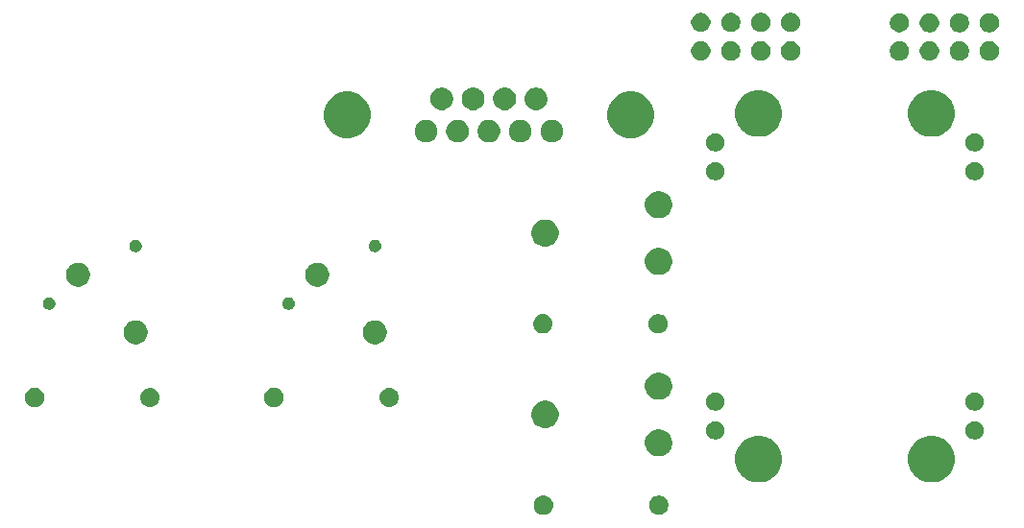
<source format=gts>
G04 #@! TF.GenerationSoftware,KiCad,Pcbnew,(5.1.2)-1*
G04 #@! TF.CreationDate,2019-11-15T07:26:44-08:00*
G04 #@! TF.ProjectId,AppleIIJoystick,4170706c-6549-4494-9a6f-79737469636b,rev?*
G04 #@! TF.SameCoordinates,Original*
G04 #@! TF.FileFunction,Soldermask,Top*
G04 #@! TF.FilePolarity,Negative*
%FSLAX46Y46*%
G04 Gerber Fmt 4.6, Leading zero omitted, Abs format (unit mm)*
G04 Created by KiCad (PCBNEW (5.1.2)-1) date 2019-11-15 07:26:44*
%MOMM*%
%LPD*%
G04 APERTURE LIST*
%ADD10C,0.100000*%
G04 APERTURE END LIST*
D10*
G36*
X139248228Y-84181703D02*
G01*
X139403100Y-84245853D01*
X139542481Y-84338985D01*
X139661015Y-84457519D01*
X139754147Y-84596900D01*
X139818297Y-84751772D01*
X139851000Y-84916184D01*
X139851000Y-85083816D01*
X139818297Y-85248228D01*
X139754147Y-85403100D01*
X139661015Y-85542481D01*
X139542481Y-85661015D01*
X139403100Y-85754147D01*
X139248228Y-85818297D01*
X139083816Y-85851000D01*
X138916184Y-85851000D01*
X138751772Y-85818297D01*
X138596900Y-85754147D01*
X138457519Y-85661015D01*
X138338985Y-85542481D01*
X138245853Y-85403100D01*
X138181703Y-85248228D01*
X138149000Y-85083816D01*
X138149000Y-84916184D01*
X138181703Y-84751772D01*
X138245853Y-84596900D01*
X138338985Y-84457519D01*
X138457519Y-84338985D01*
X138596900Y-84245853D01*
X138751772Y-84181703D01*
X138916184Y-84149000D01*
X139083816Y-84149000D01*
X139248228Y-84181703D01*
X139248228Y-84181703D01*
G37*
G36*
X129006823Y-84161313D02*
G01*
X129167242Y-84209976D01*
X129234361Y-84245852D01*
X129315078Y-84288996D01*
X129444659Y-84395341D01*
X129551004Y-84524922D01*
X129551005Y-84524924D01*
X129630024Y-84672758D01*
X129678687Y-84833177D01*
X129695117Y-85000000D01*
X129678687Y-85166823D01*
X129630024Y-85327242D01*
X129589477Y-85403100D01*
X129551004Y-85475078D01*
X129444659Y-85604659D01*
X129315078Y-85711004D01*
X129315076Y-85711005D01*
X129167242Y-85790024D01*
X129006823Y-85838687D01*
X128881804Y-85851000D01*
X128798196Y-85851000D01*
X128673177Y-85838687D01*
X128512758Y-85790024D01*
X128364924Y-85711005D01*
X128364922Y-85711004D01*
X128235341Y-85604659D01*
X128128996Y-85475078D01*
X128090523Y-85403100D01*
X128049976Y-85327242D01*
X128001313Y-85166823D01*
X127984883Y-85000000D01*
X128001313Y-84833177D01*
X128049976Y-84672758D01*
X128128995Y-84524924D01*
X128128996Y-84524922D01*
X128235341Y-84395341D01*
X128364922Y-84288996D01*
X128445639Y-84245852D01*
X128512758Y-84209976D01*
X128673177Y-84161313D01*
X128798196Y-84149000D01*
X128881804Y-84149000D01*
X129006823Y-84161313D01*
X129006823Y-84161313D01*
G37*
G36*
X148408254Y-78965278D02*
G01*
X148776791Y-79117931D01*
X148781513Y-79119887D01*
X148814700Y-79142062D01*
X149117436Y-79344344D01*
X149403116Y-79630024D01*
X149627574Y-79965949D01*
X149782182Y-80339206D01*
X149861000Y-80735453D01*
X149861000Y-81139467D01*
X149782182Y-81535714D01*
X149627574Y-81908971D01*
X149627573Y-81908973D01*
X149403116Y-82244896D01*
X149117436Y-82530576D01*
X148781513Y-82755033D01*
X148781512Y-82755034D01*
X148781511Y-82755034D01*
X148408254Y-82909642D01*
X148012007Y-82988460D01*
X147607993Y-82988460D01*
X147211746Y-82909642D01*
X146838489Y-82755034D01*
X146838488Y-82755034D01*
X146838487Y-82755033D01*
X146502564Y-82530576D01*
X146216884Y-82244896D01*
X145992427Y-81908973D01*
X145992426Y-81908971D01*
X145837818Y-81535714D01*
X145759000Y-81139467D01*
X145759000Y-80735453D01*
X145837818Y-80339206D01*
X145992426Y-79965949D01*
X146216884Y-79630024D01*
X146502564Y-79344344D01*
X146805300Y-79142062D01*
X146838487Y-79119887D01*
X146843209Y-79117931D01*
X147211746Y-78965278D01*
X147607993Y-78886460D01*
X148012007Y-78886460D01*
X148408254Y-78965278D01*
X148408254Y-78965278D01*
G37*
G36*
X163648254Y-78965278D02*
G01*
X164016791Y-79117931D01*
X164021513Y-79119887D01*
X164054700Y-79142062D01*
X164357436Y-79344344D01*
X164643116Y-79630024D01*
X164867574Y-79965949D01*
X165022182Y-80339206D01*
X165101000Y-80735453D01*
X165101000Y-81139467D01*
X165022182Y-81535714D01*
X164867574Y-81908971D01*
X164867573Y-81908973D01*
X164643116Y-82244896D01*
X164357436Y-82530576D01*
X164021513Y-82755033D01*
X164021512Y-82755034D01*
X164021511Y-82755034D01*
X163648254Y-82909642D01*
X163252007Y-82988460D01*
X162847993Y-82988460D01*
X162451746Y-82909642D01*
X162078489Y-82755034D01*
X162078488Y-82755034D01*
X162078487Y-82755033D01*
X161742564Y-82530576D01*
X161456884Y-82244896D01*
X161232427Y-81908973D01*
X161232426Y-81908971D01*
X161077818Y-81535714D01*
X160999000Y-81139467D01*
X160999000Y-80735453D01*
X161077818Y-80339206D01*
X161232426Y-79965949D01*
X161456884Y-79630024D01*
X161742564Y-79344344D01*
X162045300Y-79142062D01*
X162078487Y-79119887D01*
X162083209Y-79117931D01*
X162451746Y-78965278D01*
X162847993Y-78886460D01*
X163252007Y-78886460D01*
X163648254Y-78965278D01*
X163648254Y-78965278D01*
G37*
G36*
X139345238Y-78337533D02*
G01*
X139563805Y-78428067D01*
X139563807Y-78428068D01*
X139760513Y-78559502D01*
X139927798Y-78726787D01*
X140034487Y-78886460D01*
X140059233Y-78923495D01*
X140149767Y-79142062D01*
X140195920Y-79374090D01*
X140195920Y-79610670D01*
X140149767Y-79842698D01*
X140098715Y-79965947D01*
X140059232Y-80061267D01*
X139927798Y-80257973D01*
X139760513Y-80425258D01*
X139563807Y-80556692D01*
X139563806Y-80556693D01*
X139563805Y-80556693D01*
X139345238Y-80647227D01*
X139113210Y-80693380D01*
X138876630Y-80693380D01*
X138644602Y-80647227D01*
X138426035Y-80556693D01*
X138426034Y-80556693D01*
X138426033Y-80556692D01*
X138229327Y-80425258D01*
X138062042Y-80257973D01*
X137930608Y-80061267D01*
X137891125Y-79965947D01*
X137840073Y-79842698D01*
X137793920Y-79610670D01*
X137793920Y-79374090D01*
X137840073Y-79142062D01*
X137930607Y-78923495D01*
X137955353Y-78886460D01*
X138062042Y-78726787D01*
X138229327Y-78559502D01*
X138426033Y-78428068D01*
X138426035Y-78428067D01*
X138644602Y-78337533D01*
X138876630Y-78291380D01*
X139113210Y-78291380D01*
X139345238Y-78337533D01*
X139345238Y-78337533D01*
G37*
G36*
X144237142Y-77615702D02*
G01*
X144385101Y-77676989D01*
X144518255Y-77765959D01*
X144631501Y-77879205D01*
X144720471Y-78012359D01*
X144781758Y-78160318D01*
X144813000Y-78317385D01*
X144813000Y-78477535D01*
X144781758Y-78634602D01*
X144720471Y-78782561D01*
X144631501Y-78915715D01*
X144518255Y-79028961D01*
X144385101Y-79117931D01*
X144237142Y-79179218D01*
X144080075Y-79210460D01*
X143919925Y-79210460D01*
X143762858Y-79179218D01*
X143614899Y-79117931D01*
X143481745Y-79028961D01*
X143368499Y-78915715D01*
X143279529Y-78782561D01*
X143218242Y-78634602D01*
X143187000Y-78477535D01*
X143187000Y-78317385D01*
X143218242Y-78160318D01*
X143279529Y-78012359D01*
X143368499Y-77879205D01*
X143481745Y-77765959D01*
X143614899Y-77676989D01*
X143762858Y-77615702D01*
X143919925Y-77584460D01*
X144080075Y-77584460D01*
X144237142Y-77615702D01*
X144237142Y-77615702D01*
G37*
G36*
X167097142Y-77615702D02*
G01*
X167245101Y-77676989D01*
X167378255Y-77765959D01*
X167491501Y-77879205D01*
X167580471Y-78012359D01*
X167641758Y-78160318D01*
X167673000Y-78317385D01*
X167673000Y-78477535D01*
X167641758Y-78634602D01*
X167580471Y-78782561D01*
X167491501Y-78915715D01*
X167378255Y-79028961D01*
X167245101Y-79117931D01*
X167097142Y-79179218D01*
X166940075Y-79210460D01*
X166779925Y-79210460D01*
X166622858Y-79179218D01*
X166474899Y-79117931D01*
X166341745Y-79028961D01*
X166228499Y-78915715D01*
X166139529Y-78782561D01*
X166078242Y-78634602D01*
X166047000Y-78477535D01*
X166047000Y-78317385D01*
X166078242Y-78160318D01*
X166139529Y-78012359D01*
X166228499Y-77879205D01*
X166341745Y-77765959D01*
X166474899Y-77676989D01*
X166622858Y-77615702D01*
X166779925Y-77584460D01*
X166940075Y-77584460D01*
X167097142Y-77615702D01*
X167097142Y-77615702D01*
G37*
G36*
X129345238Y-75837533D02*
G01*
X129563805Y-75928067D01*
X129563807Y-75928068D01*
X129760513Y-76059502D01*
X129927798Y-76226787D01*
X130010794Y-76351000D01*
X130059233Y-76423495D01*
X130149767Y-76642062D01*
X130195920Y-76874090D01*
X130195920Y-77110670D01*
X130149767Y-77342698D01*
X130059233Y-77561265D01*
X130059232Y-77561267D01*
X129927798Y-77757973D01*
X129760513Y-77925258D01*
X129563807Y-78056692D01*
X129563806Y-78056693D01*
X129563805Y-78056693D01*
X129345238Y-78147227D01*
X129113210Y-78193380D01*
X128876630Y-78193380D01*
X128644602Y-78147227D01*
X128426035Y-78056693D01*
X128426034Y-78056693D01*
X128426033Y-78056692D01*
X128229327Y-77925258D01*
X128062042Y-77757973D01*
X127930608Y-77561267D01*
X127930607Y-77561265D01*
X127840073Y-77342698D01*
X127793920Y-77110670D01*
X127793920Y-76874090D01*
X127840073Y-76642062D01*
X127930607Y-76423495D01*
X127979046Y-76351000D01*
X128062042Y-76226787D01*
X128229327Y-76059502D01*
X128426033Y-75928068D01*
X128426035Y-75928067D01*
X128644602Y-75837533D01*
X128876630Y-75791380D01*
X129113210Y-75791380D01*
X129345238Y-75837533D01*
X129345238Y-75837533D01*
G37*
G36*
X144237142Y-75075702D02*
G01*
X144385101Y-75136989D01*
X144518255Y-75225959D01*
X144631501Y-75339205D01*
X144720471Y-75472359D01*
X144781758Y-75620318D01*
X144813000Y-75777385D01*
X144813000Y-75937535D01*
X144781758Y-76094602D01*
X144720471Y-76242561D01*
X144631501Y-76375715D01*
X144518255Y-76488961D01*
X144385101Y-76577931D01*
X144237142Y-76639218D01*
X144080075Y-76670460D01*
X143919925Y-76670460D01*
X143762858Y-76639218D01*
X143614899Y-76577931D01*
X143481745Y-76488961D01*
X143368499Y-76375715D01*
X143279529Y-76242561D01*
X143218242Y-76094602D01*
X143187000Y-75937535D01*
X143187000Y-75777385D01*
X143218242Y-75620318D01*
X143279529Y-75472359D01*
X143368499Y-75339205D01*
X143481745Y-75225959D01*
X143614899Y-75136989D01*
X143762858Y-75075702D01*
X143919925Y-75044460D01*
X144080075Y-75044460D01*
X144237142Y-75075702D01*
X144237142Y-75075702D01*
G37*
G36*
X167097142Y-75075702D02*
G01*
X167245101Y-75136989D01*
X167378255Y-75225959D01*
X167491501Y-75339205D01*
X167580471Y-75472359D01*
X167641758Y-75620318D01*
X167673000Y-75777385D01*
X167673000Y-75937535D01*
X167641758Y-76094602D01*
X167580471Y-76242561D01*
X167491501Y-76375715D01*
X167378255Y-76488961D01*
X167245101Y-76577931D01*
X167097142Y-76639218D01*
X166940075Y-76670460D01*
X166779925Y-76670460D01*
X166622858Y-76639218D01*
X166474899Y-76577931D01*
X166341745Y-76488961D01*
X166228499Y-76375715D01*
X166139529Y-76242561D01*
X166078242Y-76094602D01*
X166047000Y-75937535D01*
X166047000Y-75777385D01*
X166078242Y-75620318D01*
X166139529Y-75472359D01*
X166228499Y-75339205D01*
X166341745Y-75225959D01*
X166474899Y-75136989D01*
X166622858Y-75075702D01*
X166779925Y-75044460D01*
X166940075Y-75044460D01*
X167097142Y-75075702D01*
X167097142Y-75075702D01*
G37*
G36*
X94326823Y-74661313D02*
G01*
X94457380Y-74700917D01*
X94475441Y-74706396D01*
X94487242Y-74709976D01*
X94547665Y-74742273D01*
X94635078Y-74788996D01*
X94764659Y-74895341D01*
X94871004Y-75024922D01*
X94871005Y-75024924D01*
X94950024Y-75172758D01*
X94998687Y-75333177D01*
X95015117Y-75500000D01*
X94998687Y-75666823D01*
X94950024Y-75827242D01*
X94909477Y-75903100D01*
X94871004Y-75975078D01*
X94764659Y-76104659D01*
X94635078Y-76211004D01*
X94635076Y-76211005D01*
X94487242Y-76290024D01*
X94326823Y-76338687D01*
X94201804Y-76351000D01*
X94118196Y-76351000D01*
X93993177Y-76338687D01*
X93832758Y-76290024D01*
X93684924Y-76211005D01*
X93684922Y-76211004D01*
X93555341Y-76104659D01*
X93448996Y-75975078D01*
X93410523Y-75903100D01*
X93369976Y-75827242D01*
X93321313Y-75666823D01*
X93304883Y-75500000D01*
X93321313Y-75333177D01*
X93369976Y-75172758D01*
X93448995Y-75024924D01*
X93448996Y-75024922D01*
X93555341Y-74895341D01*
X93684922Y-74788996D01*
X93772335Y-74742273D01*
X93832758Y-74709976D01*
X93844560Y-74706396D01*
X93862620Y-74700917D01*
X93993177Y-74661313D01*
X94118196Y-74649000D01*
X94201804Y-74649000D01*
X94326823Y-74661313D01*
X94326823Y-74661313D01*
G37*
G36*
X84248228Y-74681703D02*
G01*
X84403100Y-74745853D01*
X84542481Y-74838985D01*
X84661015Y-74957519D01*
X84754147Y-75096900D01*
X84818297Y-75251772D01*
X84851000Y-75416184D01*
X84851000Y-75583816D01*
X84818297Y-75748228D01*
X84754147Y-75903100D01*
X84661015Y-76042481D01*
X84542481Y-76161015D01*
X84403100Y-76254147D01*
X84248228Y-76318297D01*
X84083816Y-76351000D01*
X83916184Y-76351000D01*
X83751772Y-76318297D01*
X83596900Y-76254147D01*
X83457519Y-76161015D01*
X83338985Y-76042481D01*
X83245853Y-75903100D01*
X83181703Y-75748228D01*
X83149000Y-75583816D01*
X83149000Y-75416184D01*
X83181703Y-75251772D01*
X83245853Y-75096900D01*
X83338985Y-74957519D01*
X83457519Y-74838985D01*
X83596900Y-74745853D01*
X83751772Y-74681703D01*
X83916184Y-74649000D01*
X84083816Y-74649000D01*
X84248228Y-74681703D01*
X84248228Y-74681703D01*
G37*
G36*
X105338188Y-74678123D02*
G01*
X105493060Y-74742273D01*
X105632441Y-74835405D01*
X105750975Y-74953939D01*
X105844107Y-75093320D01*
X105908257Y-75248192D01*
X105940960Y-75412604D01*
X105940960Y-75580236D01*
X105908257Y-75744648D01*
X105844107Y-75899520D01*
X105750975Y-76038901D01*
X105632441Y-76157435D01*
X105493060Y-76250567D01*
X105338188Y-76314717D01*
X105173776Y-76347420D01*
X105006144Y-76347420D01*
X104841732Y-76314717D01*
X104686860Y-76250567D01*
X104547479Y-76157435D01*
X104428945Y-76038901D01*
X104335813Y-75899520D01*
X104271663Y-75744648D01*
X104238960Y-75580236D01*
X104238960Y-75412604D01*
X104271663Y-75248192D01*
X104335813Y-75093320D01*
X104428945Y-74953939D01*
X104547479Y-74835405D01*
X104686860Y-74742273D01*
X104841732Y-74678123D01*
X105006144Y-74645420D01*
X105173776Y-74645420D01*
X105338188Y-74678123D01*
X105338188Y-74678123D01*
G37*
G36*
X115416783Y-74657733D02*
G01*
X115577202Y-74706396D01*
X115709866Y-74777306D01*
X115725038Y-74785416D01*
X115854619Y-74891761D01*
X115960964Y-75021342D01*
X115962879Y-75024924D01*
X116039984Y-75169178D01*
X116088647Y-75329597D01*
X116105077Y-75496420D01*
X116088647Y-75663243D01*
X116039984Y-75823662D01*
X115969074Y-75956326D01*
X115960964Y-75971498D01*
X115854619Y-76101079D01*
X115725038Y-76207424D01*
X115725036Y-76207425D01*
X115577202Y-76286444D01*
X115577199Y-76286445D01*
X115565397Y-76290025D01*
X115416783Y-76335107D01*
X115291764Y-76347420D01*
X115208156Y-76347420D01*
X115083137Y-76335107D01*
X114934523Y-76290025D01*
X114922721Y-76286445D01*
X114922718Y-76286444D01*
X114774884Y-76207425D01*
X114774882Y-76207424D01*
X114645301Y-76101079D01*
X114538956Y-75971498D01*
X114530846Y-75956326D01*
X114459936Y-75823662D01*
X114411273Y-75663243D01*
X114394843Y-75496420D01*
X114411273Y-75329597D01*
X114459936Y-75169178D01*
X114537041Y-75024924D01*
X114538956Y-75021342D01*
X114645301Y-74891761D01*
X114774882Y-74785416D01*
X114790054Y-74777306D01*
X114922718Y-74706396D01*
X115083137Y-74657733D01*
X115208156Y-74645420D01*
X115291764Y-74645420D01*
X115416783Y-74657733D01*
X115416783Y-74657733D01*
G37*
G36*
X139345238Y-73337533D02*
G01*
X139563805Y-73428067D01*
X139563807Y-73428068D01*
X139760513Y-73559502D01*
X139927798Y-73726787D01*
X140059232Y-73923493D01*
X140059233Y-73923495D01*
X140149767Y-74142062D01*
X140195920Y-74374090D01*
X140195920Y-74610670D01*
X140149767Y-74842698D01*
X140075770Y-75021342D01*
X140059232Y-75061267D01*
X139927798Y-75257973D01*
X139760513Y-75425258D01*
X139563807Y-75556692D01*
X139563806Y-75556693D01*
X139563805Y-75556693D01*
X139345238Y-75647227D01*
X139113210Y-75693380D01*
X138876630Y-75693380D01*
X138644602Y-75647227D01*
X138426035Y-75556693D01*
X138426034Y-75556693D01*
X138426033Y-75556692D01*
X138229327Y-75425258D01*
X138062042Y-75257973D01*
X137930608Y-75061267D01*
X137914070Y-75021342D01*
X137840073Y-74842698D01*
X137793920Y-74610670D01*
X137793920Y-74374090D01*
X137840073Y-74142062D01*
X137930607Y-73923495D01*
X137930608Y-73923493D01*
X138062042Y-73726787D01*
X138229327Y-73559502D01*
X138426033Y-73428068D01*
X138426035Y-73428067D01*
X138644602Y-73337533D01*
X138876630Y-73291380D01*
X139113210Y-73291380D01*
X139345238Y-73337533D01*
X139345238Y-73337533D01*
G37*
G36*
X114306564Y-68739389D02*
G01*
X114497833Y-68818615D01*
X114497835Y-68818616D01*
X114669973Y-68933635D01*
X114816365Y-69080027D01*
X114874362Y-69166825D01*
X114931385Y-69252167D01*
X115010611Y-69443436D01*
X115051000Y-69646484D01*
X115051000Y-69853516D01*
X115010611Y-70056564D01*
X114931385Y-70247833D01*
X114931384Y-70247835D01*
X114816365Y-70419973D01*
X114669973Y-70566365D01*
X114497835Y-70681384D01*
X114497834Y-70681385D01*
X114497833Y-70681385D01*
X114306564Y-70760611D01*
X114103516Y-70801000D01*
X113896484Y-70801000D01*
X113693436Y-70760611D01*
X113502167Y-70681385D01*
X113502166Y-70681385D01*
X113502165Y-70681384D01*
X113330027Y-70566365D01*
X113183635Y-70419973D01*
X113068616Y-70247835D01*
X113068615Y-70247833D01*
X112989389Y-70056564D01*
X112949000Y-69853516D01*
X112949000Y-69646484D01*
X112989389Y-69443436D01*
X113068615Y-69252167D01*
X113125639Y-69166825D01*
X113183635Y-69080027D01*
X113330027Y-68933635D01*
X113502165Y-68818616D01*
X113502167Y-68818615D01*
X113693436Y-68739389D01*
X113896484Y-68699000D01*
X114103516Y-68699000D01*
X114306564Y-68739389D01*
X114306564Y-68739389D01*
G37*
G36*
X93212904Y-68739389D02*
G01*
X93404173Y-68818615D01*
X93404175Y-68818616D01*
X93576313Y-68933635D01*
X93722705Y-69080027D01*
X93780702Y-69166825D01*
X93837725Y-69252167D01*
X93916951Y-69443436D01*
X93957340Y-69646484D01*
X93957340Y-69853516D01*
X93916951Y-70056564D01*
X93837725Y-70247833D01*
X93837724Y-70247835D01*
X93722705Y-70419973D01*
X93576313Y-70566365D01*
X93404175Y-70681384D01*
X93404174Y-70681385D01*
X93404173Y-70681385D01*
X93212904Y-70760611D01*
X93009856Y-70801000D01*
X92802824Y-70801000D01*
X92599776Y-70760611D01*
X92408507Y-70681385D01*
X92408506Y-70681385D01*
X92408505Y-70681384D01*
X92236367Y-70566365D01*
X92089975Y-70419973D01*
X91974956Y-70247835D01*
X91974955Y-70247833D01*
X91895729Y-70056564D01*
X91855340Y-69853516D01*
X91855340Y-69646484D01*
X91895729Y-69443436D01*
X91974955Y-69252167D01*
X92031979Y-69166825D01*
X92089975Y-69080027D01*
X92236367Y-68933635D01*
X92408505Y-68818616D01*
X92408507Y-68818615D01*
X92599776Y-68739389D01*
X92802824Y-68699000D01*
X93009856Y-68699000D01*
X93212904Y-68739389D01*
X93212904Y-68739389D01*
G37*
G36*
X139204008Y-68181703D02*
G01*
X139358880Y-68245853D01*
X139498261Y-68338985D01*
X139616795Y-68457519D01*
X139709927Y-68596900D01*
X139774077Y-68751772D01*
X139806780Y-68916184D01*
X139806780Y-69083816D01*
X139774077Y-69248228D01*
X139709927Y-69403100D01*
X139616795Y-69542481D01*
X139498261Y-69661015D01*
X139358880Y-69754147D01*
X139204008Y-69818297D01*
X139039596Y-69851000D01*
X138871964Y-69851000D01*
X138707552Y-69818297D01*
X138552680Y-69754147D01*
X138413299Y-69661015D01*
X138294765Y-69542481D01*
X138201633Y-69403100D01*
X138137483Y-69248228D01*
X138104780Y-69083816D01*
X138104780Y-68916184D01*
X138137483Y-68751772D01*
X138201633Y-68596900D01*
X138294765Y-68457519D01*
X138413299Y-68338985D01*
X138552680Y-68245853D01*
X138707552Y-68181703D01*
X138871964Y-68149000D01*
X139039596Y-68149000D01*
X139204008Y-68181703D01*
X139204008Y-68181703D01*
G37*
G36*
X128962603Y-68161313D02*
G01*
X129123022Y-68209976D01*
X129190141Y-68245852D01*
X129270858Y-68288996D01*
X129400439Y-68395341D01*
X129506784Y-68524922D01*
X129506785Y-68524924D01*
X129585804Y-68672758D01*
X129585805Y-68672761D01*
X129594863Y-68702620D01*
X129634467Y-68833177D01*
X129650897Y-69000000D01*
X129634467Y-69166823D01*
X129585804Y-69327242D01*
X129545257Y-69403100D01*
X129506784Y-69475078D01*
X129400439Y-69604659D01*
X129270858Y-69711004D01*
X129270856Y-69711005D01*
X129123022Y-69790024D01*
X128962603Y-69838687D01*
X128837584Y-69851000D01*
X128753976Y-69851000D01*
X128628957Y-69838687D01*
X128468538Y-69790024D01*
X128320704Y-69711005D01*
X128320702Y-69711004D01*
X128191121Y-69604659D01*
X128084776Y-69475078D01*
X128046303Y-69403100D01*
X128005756Y-69327242D01*
X127957093Y-69166823D01*
X127940663Y-69000000D01*
X127957093Y-68833177D01*
X127996697Y-68702620D01*
X128005755Y-68672761D01*
X128005756Y-68672758D01*
X128084775Y-68524924D01*
X128084776Y-68524922D01*
X128191121Y-68395341D01*
X128320702Y-68288996D01*
X128401419Y-68245852D01*
X128468538Y-68209976D01*
X128628957Y-68161313D01*
X128753976Y-68149000D01*
X128837584Y-68149000D01*
X128962603Y-68161313D01*
X128962603Y-68161313D01*
G37*
G36*
X85447061Y-66680174D02*
G01*
X85547335Y-66721709D01*
X85547336Y-66721710D01*
X85637582Y-66782010D01*
X85714330Y-66858758D01*
X85714331Y-66858760D01*
X85774631Y-66949005D01*
X85816166Y-67049279D01*
X85837340Y-67155730D01*
X85837340Y-67264270D01*
X85816166Y-67370721D01*
X85774631Y-67470995D01*
X85774630Y-67470996D01*
X85714330Y-67561242D01*
X85637582Y-67637990D01*
X85592152Y-67668345D01*
X85547335Y-67698291D01*
X85447061Y-67739826D01*
X85340610Y-67761000D01*
X85232070Y-67761000D01*
X85125619Y-67739826D01*
X85025345Y-67698291D01*
X84980528Y-67668345D01*
X84935098Y-67637990D01*
X84858350Y-67561242D01*
X84798050Y-67470996D01*
X84798049Y-67470995D01*
X84756514Y-67370721D01*
X84735340Y-67264270D01*
X84735340Y-67155730D01*
X84756514Y-67049279D01*
X84798049Y-66949005D01*
X84858349Y-66858760D01*
X84858350Y-66858758D01*
X84935098Y-66782010D01*
X85025344Y-66721710D01*
X85025345Y-66721709D01*
X85125619Y-66680174D01*
X85232070Y-66659000D01*
X85340610Y-66659000D01*
X85447061Y-66680174D01*
X85447061Y-66680174D01*
G37*
G36*
X106540721Y-66680174D02*
G01*
X106640995Y-66721709D01*
X106640996Y-66721710D01*
X106731242Y-66782010D01*
X106807990Y-66858758D01*
X106807991Y-66858760D01*
X106868291Y-66949005D01*
X106909826Y-67049279D01*
X106931000Y-67155730D01*
X106931000Y-67264270D01*
X106909826Y-67370721D01*
X106868291Y-67470995D01*
X106868290Y-67470996D01*
X106807990Y-67561242D01*
X106731242Y-67637990D01*
X106685812Y-67668345D01*
X106640995Y-67698291D01*
X106540721Y-67739826D01*
X106434270Y-67761000D01*
X106325730Y-67761000D01*
X106219279Y-67739826D01*
X106119005Y-67698291D01*
X106074188Y-67668345D01*
X106028758Y-67637990D01*
X105952010Y-67561242D01*
X105891710Y-67470996D01*
X105891709Y-67470995D01*
X105850174Y-67370721D01*
X105829000Y-67264270D01*
X105829000Y-67155730D01*
X105850174Y-67049279D01*
X105891709Y-66949005D01*
X105952009Y-66858760D01*
X105952010Y-66858758D01*
X106028758Y-66782010D01*
X106119004Y-66721710D01*
X106119005Y-66721709D01*
X106219279Y-66680174D01*
X106325730Y-66659000D01*
X106434270Y-66659000D01*
X106540721Y-66680174D01*
X106540721Y-66680174D01*
G37*
G36*
X88132904Y-63659389D02*
G01*
X88324173Y-63738615D01*
X88324175Y-63738616D01*
X88479945Y-63842698D01*
X88496313Y-63853635D01*
X88642705Y-64000027D01*
X88757725Y-64172167D01*
X88836951Y-64363436D01*
X88877340Y-64566484D01*
X88877340Y-64773516D01*
X88836951Y-64976564D01*
X88757725Y-65167833D01*
X88757724Y-65167835D01*
X88642705Y-65339973D01*
X88496313Y-65486365D01*
X88324175Y-65601384D01*
X88324174Y-65601385D01*
X88324173Y-65601385D01*
X88132904Y-65680611D01*
X87929856Y-65721000D01*
X87722824Y-65721000D01*
X87519776Y-65680611D01*
X87328507Y-65601385D01*
X87328506Y-65601385D01*
X87328505Y-65601384D01*
X87156367Y-65486365D01*
X87009975Y-65339973D01*
X86894956Y-65167835D01*
X86894955Y-65167833D01*
X86815729Y-64976564D01*
X86775340Y-64773516D01*
X86775340Y-64566484D01*
X86815729Y-64363436D01*
X86894955Y-64172167D01*
X87009975Y-64000027D01*
X87156367Y-63853635D01*
X87172735Y-63842698D01*
X87328505Y-63738616D01*
X87328507Y-63738615D01*
X87519776Y-63659389D01*
X87722824Y-63619000D01*
X87929856Y-63619000D01*
X88132904Y-63659389D01*
X88132904Y-63659389D01*
G37*
G36*
X109226564Y-63659389D02*
G01*
X109417833Y-63738615D01*
X109417835Y-63738616D01*
X109573605Y-63842698D01*
X109589973Y-63853635D01*
X109736365Y-64000027D01*
X109851385Y-64172167D01*
X109930611Y-64363436D01*
X109971000Y-64566484D01*
X109971000Y-64773516D01*
X109930611Y-64976564D01*
X109851385Y-65167833D01*
X109851384Y-65167835D01*
X109736365Y-65339973D01*
X109589973Y-65486365D01*
X109417835Y-65601384D01*
X109417834Y-65601385D01*
X109417833Y-65601385D01*
X109226564Y-65680611D01*
X109023516Y-65721000D01*
X108816484Y-65721000D01*
X108613436Y-65680611D01*
X108422167Y-65601385D01*
X108422166Y-65601385D01*
X108422165Y-65601384D01*
X108250027Y-65486365D01*
X108103635Y-65339973D01*
X107988616Y-65167835D01*
X107988615Y-65167833D01*
X107909389Y-64976564D01*
X107869000Y-64773516D01*
X107869000Y-64566484D01*
X107909389Y-64363436D01*
X107988615Y-64172167D01*
X108103635Y-64000027D01*
X108250027Y-63853635D01*
X108266395Y-63842698D01*
X108422165Y-63738616D01*
X108422167Y-63738615D01*
X108613436Y-63659389D01*
X108816484Y-63619000D01*
X109023516Y-63619000D01*
X109226564Y-63659389D01*
X109226564Y-63659389D01*
G37*
G36*
X139345238Y-62337533D02*
G01*
X139563805Y-62428067D01*
X139563807Y-62428068D01*
X139760513Y-62559502D01*
X139927798Y-62726787D01*
X140059232Y-62923493D01*
X140059233Y-62923495D01*
X140149767Y-63142062D01*
X140195920Y-63374090D01*
X140195920Y-63610670D01*
X140149767Y-63842698D01*
X140059233Y-64061265D01*
X140059232Y-64061267D01*
X139927798Y-64257973D01*
X139760513Y-64425258D01*
X139563807Y-64556692D01*
X139563806Y-64556693D01*
X139563805Y-64556693D01*
X139345238Y-64647227D01*
X139113210Y-64693380D01*
X138876630Y-64693380D01*
X138644602Y-64647227D01*
X138426035Y-64556693D01*
X138426034Y-64556693D01*
X138426033Y-64556692D01*
X138229327Y-64425258D01*
X138062042Y-64257973D01*
X137930608Y-64061267D01*
X137930607Y-64061265D01*
X137840073Y-63842698D01*
X137793920Y-63610670D01*
X137793920Y-63374090D01*
X137840073Y-63142062D01*
X137930607Y-62923495D01*
X137930608Y-62923493D01*
X138062042Y-62726787D01*
X138229327Y-62559502D01*
X138426033Y-62428068D01*
X138426035Y-62428067D01*
X138644602Y-62337533D01*
X138876630Y-62291380D01*
X139113210Y-62291380D01*
X139345238Y-62337533D01*
X139345238Y-62337533D01*
G37*
G36*
X114160721Y-61600174D02*
G01*
X114260995Y-61641709D01*
X114260996Y-61641710D01*
X114351242Y-61702010D01*
X114427990Y-61778758D01*
X114427991Y-61778760D01*
X114488291Y-61869005D01*
X114529826Y-61969279D01*
X114551000Y-62075730D01*
X114551000Y-62184270D01*
X114529826Y-62290721D01*
X114488291Y-62390995D01*
X114458345Y-62435812D01*
X114427990Y-62481242D01*
X114351242Y-62557990D01*
X114348979Y-62559502D01*
X114260995Y-62618291D01*
X114160721Y-62659826D01*
X114054270Y-62681000D01*
X113945730Y-62681000D01*
X113839279Y-62659826D01*
X113739005Y-62618291D01*
X113651021Y-62559502D01*
X113648758Y-62557990D01*
X113572010Y-62481242D01*
X113541655Y-62435812D01*
X113511709Y-62390995D01*
X113470174Y-62290721D01*
X113449000Y-62184270D01*
X113449000Y-62075730D01*
X113470174Y-61969279D01*
X113511709Y-61869005D01*
X113572009Y-61778760D01*
X113572010Y-61778758D01*
X113648758Y-61702010D01*
X113739004Y-61641710D01*
X113739005Y-61641709D01*
X113839279Y-61600174D01*
X113945730Y-61579000D01*
X114054270Y-61579000D01*
X114160721Y-61600174D01*
X114160721Y-61600174D01*
G37*
G36*
X93067061Y-61600174D02*
G01*
X93167335Y-61641709D01*
X93167336Y-61641710D01*
X93257582Y-61702010D01*
X93334330Y-61778758D01*
X93334331Y-61778760D01*
X93394631Y-61869005D01*
X93436166Y-61969279D01*
X93457340Y-62075730D01*
X93457340Y-62184270D01*
X93436166Y-62290721D01*
X93394631Y-62390995D01*
X93364685Y-62435812D01*
X93334330Y-62481242D01*
X93257582Y-62557990D01*
X93255319Y-62559502D01*
X93167335Y-62618291D01*
X93067061Y-62659826D01*
X92960610Y-62681000D01*
X92852070Y-62681000D01*
X92745619Y-62659826D01*
X92645345Y-62618291D01*
X92557361Y-62559502D01*
X92555098Y-62557990D01*
X92478350Y-62481242D01*
X92447995Y-62435812D01*
X92418049Y-62390995D01*
X92376514Y-62290721D01*
X92355340Y-62184270D01*
X92355340Y-62075730D01*
X92376514Y-61969279D01*
X92418049Y-61869005D01*
X92478349Y-61778760D01*
X92478350Y-61778758D01*
X92555098Y-61702010D01*
X92645344Y-61641710D01*
X92645345Y-61641709D01*
X92745619Y-61600174D01*
X92852070Y-61579000D01*
X92960610Y-61579000D01*
X93067061Y-61600174D01*
X93067061Y-61600174D01*
G37*
G36*
X129345238Y-59837533D02*
G01*
X129563805Y-59928067D01*
X129563807Y-59928068D01*
X129760513Y-60059502D01*
X129927798Y-60226787D01*
X130059232Y-60423493D01*
X130059233Y-60423495D01*
X130149767Y-60642062D01*
X130195920Y-60874090D01*
X130195920Y-61110670D01*
X130149767Y-61342698D01*
X130059233Y-61561265D01*
X130059232Y-61561267D01*
X129927798Y-61757973D01*
X129760513Y-61925258D01*
X129563807Y-62056692D01*
X129563806Y-62056693D01*
X129563805Y-62056693D01*
X129345238Y-62147227D01*
X129113210Y-62193380D01*
X128876630Y-62193380D01*
X128644602Y-62147227D01*
X128426035Y-62056693D01*
X128426034Y-62056693D01*
X128426033Y-62056692D01*
X128229327Y-61925258D01*
X128062042Y-61757973D01*
X127930608Y-61561267D01*
X127930607Y-61561265D01*
X127840073Y-61342698D01*
X127793920Y-61110670D01*
X127793920Y-60874090D01*
X127840073Y-60642062D01*
X127930607Y-60423495D01*
X127930608Y-60423493D01*
X128062042Y-60226787D01*
X128229327Y-60059502D01*
X128426033Y-59928068D01*
X128426035Y-59928067D01*
X128644602Y-59837533D01*
X128876630Y-59791380D01*
X129113210Y-59791380D01*
X129345238Y-59837533D01*
X129345238Y-59837533D01*
G37*
G36*
X139345238Y-57337533D02*
G01*
X139563805Y-57428067D01*
X139563807Y-57428068D01*
X139760513Y-57559502D01*
X139927798Y-57726787D01*
X140059232Y-57923493D01*
X140059233Y-57923495D01*
X140149767Y-58142062D01*
X140195920Y-58374090D01*
X140195920Y-58610670D01*
X140149767Y-58842698D01*
X140059233Y-59061265D01*
X140059232Y-59061267D01*
X139927798Y-59257973D01*
X139760513Y-59425258D01*
X139563807Y-59556692D01*
X139563806Y-59556693D01*
X139563805Y-59556693D01*
X139345238Y-59647227D01*
X139113210Y-59693380D01*
X138876630Y-59693380D01*
X138644602Y-59647227D01*
X138426035Y-59556693D01*
X138426034Y-59556693D01*
X138426033Y-59556692D01*
X138229327Y-59425258D01*
X138062042Y-59257973D01*
X137930608Y-59061267D01*
X137930607Y-59061265D01*
X137840073Y-58842698D01*
X137793920Y-58610670D01*
X137793920Y-58374090D01*
X137840073Y-58142062D01*
X137930607Y-57923495D01*
X137930608Y-57923493D01*
X138062042Y-57726787D01*
X138229327Y-57559502D01*
X138426033Y-57428068D01*
X138426035Y-57428067D01*
X138644602Y-57337533D01*
X138876630Y-57291380D01*
X139113210Y-57291380D01*
X139345238Y-57337533D01*
X139345238Y-57337533D01*
G37*
G36*
X144237142Y-54755702D02*
G01*
X144385101Y-54816989D01*
X144518255Y-54905959D01*
X144631501Y-55019205D01*
X144720471Y-55152359D01*
X144781758Y-55300318D01*
X144813000Y-55457385D01*
X144813000Y-55617535D01*
X144781758Y-55774602D01*
X144720471Y-55922561D01*
X144631501Y-56055715D01*
X144518255Y-56168961D01*
X144385101Y-56257931D01*
X144237142Y-56319218D01*
X144080075Y-56350460D01*
X143919925Y-56350460D01*
X143762858Y-56319218D01*
X143614899Y-56257931D01*
X143481745Y-56168961D01*
X143368499Y-56055715D01*
X143279529Y-55922561D01*
X143218242Y-55774602D01*
X143187000Y-55617535D01*
X143187000Y-55457385D01*
X143218242Y-55300318D01*
X143279529Y-55152359D01*
X143368499Y-55019205D01*
X143481745Y-54905959D01*
X143614899Y-54816989D01*
X143762858Y-54755702D01*
X143919925Y-54724460D01*
X144080075Y-54724460D01*
X144237142Y-54755702D01*
X144237142Y-54755702D01*
G37*
G36*
X167097142Y-54755702D02*
G01*
X167245101Y-54816989D01*
X167378255Y-54905959D01*
X167491501Y-55019205D01*
X167580471Y-55152359D01*
X167641758Y-55300318D01*
X167673000Y-55457385D01*
X167673000Y-55617535D01*
X167641758Y-55774602D01*
X167580471Y-55922561D01*
X167491501Y-56055715D01*
X167378255Y-56168961D01*
X167245101Y-56257931D01*
X167097142Y-56319218D01*
X166940075Y-56350460D01*
X166779925Y-56350460D01*
X166622858Y-56319218D01*
X166474899Y-56257931D01*
X166341745Y-56168961D01*
X166228499Y-56055715D01*
X166139529Y-55922561D01*
X166078242Y-55774602D01*
X166047000Y-55617535D01*
X166047000Y-55457385D01*
X166078242Y-55300318D01*
X166139529Y-55152359D01*
X166228499Y-55019205D01*
X166341745Y-54905959D01*
X166474899Y-54816989D01*
X166622858Y-54755702D01*
X166779925Y-54724460D01*
X166940075Y-54724460D01*
X167097142Y-54755702D01*
X167097142Y-54755702D01*
G37*
G36*
X167097142Y-52215702D02*
G01*
X167245101Y-52276989D01*
X167378255Y-52365959D01*
X167491501Y-52479205D01*
X167580471Y-52612359D01*
X167641758Y-52760318D01*
X167673000Y-52917385D01*
X167673000Y-53077535D01*
X167641758Y-53234602D01*
X167580471Y-53382561D01*
X167491501Y-53515715D01*
X167378255Y-53628961D01*
X167245101Y-53717931D01*
X167097142Y-53779218D01*
X166940075Y-53810460D01*
X166779925Y-53810460D01*
X166622858Y-53779218D01*
X166474899Y-53717931D01*
X166341745Y-53628961D01*
X166228499Y-53515715D01*
X166139529Y-53382561D01*
X166078242Y-53234602D01*
X166047000Y-53077535D01*
X166047000Y-52917385D01*
X166078242Y-52760318D01*
X166139529Y-52612359D01*
X166228499Y-52479205D01*
X166341745Y-52365959D01*
X166474899Y-52276989D01*
X166622858Y-52215702D01*
X166779925Y-52184460D01*
X166940075Y-52184460D01*
X167097142Y-52215702D01*
X167097142Y-52215702D01*
G37*
G36*
X144232062Y-52205542D02*
G01*
X144380021Y-52266829D01*
X144513175Y-52355799D01*
X144626421Y-52469045D01*
X144715391Y-52602199D01*
X144776678Y-52750158D01*
X144807920Y-52907225D01*
X144807920Y-53067375D01*
X144776678Y-53224442D01*
X144715391Y-53372401D01*
X144626421Y-53505555D01*
X144513175Y-53618801D01*
X144380021Y-53707771D01*
X144232062Y-53769058D01*
X144074995Y-53800300D01*
X143914845Y-53800300D01*
X143757778Y-53769058D01*
X143609819Y-53707771D01*
X143476665Y-53618801D01*
X143363419Y-53505555D01*
X143274449Y-53372401D01*
X143213162Y-53224442D01*
X143181920Y-53067375D01*
X143181920Y-52907225D01*
X143213162Y-52750158D01*
X143274449Y-52602199D01*
X143363419Y-52469045D01*
X143476665Y-52355799D01*
X143609819Y-52266829D01*
X143757778Y-52205542D01*
X143914845Y-52174300D01*
X144074995Y-52174300D01*
X144232062Y-52205542D01*
X144232062Y-52205542D01*
G37*
G36*
X118791981Y-51037468D02*
G01*
X118974151Y-51112926D01*
X119138100Y-51222473D01*
X119277527Y-51361900D01*
X119387074Y-51525849D01*
X119387075Y-51525851D01*
X119409175Y-51579205D01*
X119462532Y-51708019D01*
X119481766Y-51804714D01*
X119498221Y-51887436D01*
X119501000Y-51901410D01*
X119501000Y-52098590D01*
X119462532Y-52291981D01*
X119387074Y-52474151D01*
X119277527Y-52638100D01*
X119138100Y-52777527D01*
X118974151Y-52887074D01*
X118791981Y-52962532D01*
X118695285Y-52981766D01*
X118598591Y-53001000D01*
X118401409Y-53001000D01*
X118304715Y-52981766D01*
X118208019Y-52962532D01*
X118025849Y-52887074D01*
X117861900Y-52777527D01*
X117722473Y-52638100D01*
X117612926Y-52474151D01*
X117537468Y-52291981D01*
X117499000Y-52098590D01*
X117499000Y-51901410D01*
X117501780Y-51887436D01*
X117518234Y-51804714D01*
X117537468Y-51708019D01*
X117590825Y-51579205D01*
X117612925Y-51525851D01*
X117612926Y-51525849D01*
X117722473Y-51361900D01*
X117861900Y-51222473D01*
X118025849Y-51112926D01*
X118208019Y-51037468D01*
X118304715Y-51018234D01*
X118401409Y-50999000D01*
X118598591Y-50999000D01*
X118791981Y-51037468D01*
X118791981Y-51037468D01*
G37*
G36*
X121561981Y-51037468D02*
G01*
X121744151Y-51112926D01*
X121908100Y-51222473D01*
X122047527Y-51361900D01*
X122157074Y-51525849D01*
X122157075Y-51525851D01*
X122179175Y-51579205D01*
X122232532Y-51708019D01*
X122251766Y-51804714D01*
X122268221Y-51887436D01*
X122271000Y-51901410D01*
X122271000Y-52098590D01*
X122232532Y-52291981D01*
X122157074Y-52474151D01*
X122047527Y-52638100D01*
X121908100Y-52777527D01*
X121744151Y-52887074D01*
X121561981Y-52962532D01*
X121465285Y-52981766D01*
X121368591Y-53001000D01*
X121171409Y-53001000D01*
X121074715Y-52981766D01*
X120978019Y-52962532D01*
X120795849Y-52887074D01*
X120631900Y-52777527D01*
X120492473Y-52638100D01*
X120382926Y-52474151D01*
X120307468Y-52291981D01*
X120269000Y-52098590D01*
X120269000Y-51901410D01*
X120271780Y-51887436D01*
X120288234Y-51804714D01*
X120307468Y-51708019D01*
X120360825Y-51579205D01*
X120382925Y-51525851D01*
X120382926Y-51525849D01*
X120492473Y-51361900D01*
X120631900Y-51222473D01*
X120795849Y-51112926D01*
X120978019Y-51037468D01*
X121074715Y-51018234D01*
X121171409Y-50999000D01*
X121368591Y-50999000D01*
X121561981Y-51037468D01*
X121561981Y-51037468D01*
G37*
G36*
X124331981Y-51037468D02*
G01*
X124514151Y-51112926D01*
X124678100Y-51222473D01*
X124817527Y-51361900D01*
X124927074Y-51525849D01*
X124927075Y-51525851D01*
X124949175Y-51579205D01*
X125002532Y-51708019D01*
X125021766Y-51804714D01*
X125038221Y-51887436D01*
X125041000Y-51901410D01*
X125041000Y-52098590D01*
X125002532Y-52291981D01*
X124927074Y-52474151D01*
X124817527Y-52638100D01*
X124678100Y-52777527D01*
X124514151Y-52887074D01*
X124331981Y-52962532D01*
X124235285Y-52981766D01*
X124138591Y-53001000D01*
X123941409Y-53001000D01*
X123844715Y-52981766D01*
X123748019Y-52962532D01*
X123565849Y-52887074D01*
X123401900Y-52777527D01*
X123262473Y-52638100D01*
X123152926Y-52474151D01*
X123077468Y-52291981D01*
X123039000Y-52098590D01*
X123039000Y-51901410D01*
X123041780Y-51887436D01*
X123058234Y-51804714D01*
X123077468Y-51708019D01*
X123130825Y-51579205D01*
X123152925Y-51525851D01*
X123152926Y-51525849D01*
X123262473Y-51361900D01*
X123401900Y-51222473D01*
X123565849Y-51112926D01*
X123748019Y-51037468D01*
X123844715Y-51018234D01*
X123941409Y-50999000D01*
X124138591Y-50999000D01*
X124331981Y-51037468D01*
X124331981Y-51037468D01*
G37*
G36*
X127101981Y-51037468D02*
G01*
X127284151Y-51112926D01*
X127448100Y-51222473D01*
X127587527Y-51361900D01*
X127697074Y-51525849D01*
X127697075Y-51525851D01*
X127719175Y-51579205D01*
X127772532Y-51708019D01*
X127791766Y-51804714D01*
X127808221Y-51887436D01*
X127811000Y-51901410D01*
X127811000Y-52098590D01*
X127772532Y-52291981D01*
X127697074Y-52474151D01*
X127587527Y-52638100D01*
X127448100Y-52777527D01*
X127284151Y-52887074D01*
X127101981Y-52962532D01*
X127005285Y-52981766D01*
X126908591Y-53001000D01*
X126711409Y-53001000D01*
X126614715Y-52981766D01*
X126518019Y-52962532D01*
X126335849Y-52887074D01*
X126171900Y-52777527D01*
X126032473Y-52638100D01*
X125922926Y-52474151D01*
X125847468Y-52291981D01*
X125809000Y-52098590D01*
X125809000Y-51901410D01*
X125811780Y-51887436D01*
X125828234Y-51804714D01*
X125847468Y-51708019D01*
X125900825Y-51579205D01*
X125922925Y-51525851D01*
X125922926Y-51525849D01*
X126032473Y-51361900D01*
X126171900Y-51222473D01*
X126335849Y-51112926D01*
X126518019Y-51037468D01*
X126614715Y-51018234D01*
X126711409Y-50999000D01*
X126908591Y-50999000D01*
X127101981Y-51037468D01*
X127101981Y-51037468D01*
G37*
G36*
X129871981Y-51037468D02*
G01*
X130054151Y-51112926D01*
X130218100Y-51222473D01*
X130357527Y-51361900D01*
X130467074Y-51525849D01*
X130467075Y-51525851D01*
X130489175Y-51579205D01*
X130542532Y-51708019D01*
X130561766Y-51804714D01*
X130578221Y-51887436D01*
X130581000Y-51901410D01*
X130581000Y-52098590D01*
X130542532Y-52291981D01*
X130467074Y-52474151D01*
X130357527Y-52638100D01*
X130218100Y-52777527D01*
X130054151Y-52887074D01*
X129871981Y-52962532D01*
X129775285Y-52981766D01*
X129678591Y-53001000D01*
X129481409Y-53001000D01*
X129384715Y-52981766D01*
X129288019Y-52962532D01*
X129105849Y-52887074D01*
X128941900Y-52777527D01*
X128802473Y-52638100D01*
X128692926Y-52474151D01*
X128617468Y-52291981D01*
X128579000Y-52098590D01*
X128579000Y-51901410D01*
X128581780Y-51887436D01*
X128598234Y-51804714D01*
X128617468Y-51708019D01*
X128670825Y-51579205D01*
X128692925Y-51525851D01*
X128692926Y-51525849D01*
X128802473Y-51361900D01*
X128941900Y-51222473D01*
X129105849Y-51112926D01*
X129288019Y-51037468D01*
X129384715Y-51018234D01*
X129481409Y-50999000D01*
X129678591Y-50999000D01*
X129871981Y-51037468D01*
X129871981Y-51037468D01*
G37*
G36*
X112143254Y-48607818D02*
G01*
X112331642Y-48685851D01*
X112516513Y-48762427D01*
X112852436Y-48986884D01*
X113138116Y-49272564D01*
X113280696Y-49485949D01*
X113362574Y-49608489D01*
X113517182Y-49981746D01*
X113596000Y-50377993D01*
X113596000Y-50782007D01*
X113517182Y-51178254D01*
X113373203Y-51525851D01*
X113362573Y-51551513D01*
X113138116Y-51887436D01*
X112852436Y-52173116D01*
X112516513Y-52397573D01*
X112516512Y-52397574D01*
X112516511Y-52397574D01*
X112143254Y-52552182D01*
X111747007Y-52631000D01*
X111342993Y-52631000D01*
X110946746Y-52552182D01*
X110573489Y-52397574D01*
X110573488Y-52397574D01*
X110573487Y-52397573D01*
X110237564Y-52173116D01*
X109951884Y-51887436D01*
X109727427Y-51551513D01*
X109716797Y-51525851D01*
X109572818Y-51178254D01*
X109494000Y-50782007D01*
X109494000Y-50377993D01*
X109572818Y-49981746D01*
X109727426Y-49608489D01*
X109809305Y-49485949D01*
X109951884Y-49272564D01*
X110237564Y-48986884D01*
X110573487Y-48762427D01*
X110758358Y-48685851D01*
X110946746Y-48607818D01*
X111342993Y-48529000D01*
X111747007Y-48529000D01*
X112143254Y-48607818D01*
X112143254Y-48607818D01*
G37*
G36*
X137133254Y-48607818D02*
G01*
X137321642Y-48685851D01*
X137506513Y-48762427D01*
X137842436Y-48986884D01*
X138128116Y-49272564D01*
X138270696Y-49485949D01*
X138352574Y-49608489D01*
X138507182Y-49981746D01*
X138586000Y-50377993D01*
X138586000Y-50782007D01*
X138507182Y-51178254D01*
X138363203Y-51525851D01*
X138352573Y-51551513D01*
X138128116Y-51887436D01*
X137842436Y-52173116D01*
X137506513Y-52397573D01*
X137506512Y-52397574D01*
X137506511Y-52397574D01*
X137133254Y-52552182D01*
X136737007Y-52631000D01*
X136332993Y-52631000D01*
X135936746Y-52552182D01*
X135563489Y-52397574D01*
X135563488Y-52397574D01*
X135563487Y-52397573D01*
X135227564Y-52173116D01*
X134941884Y-51887436D01*
X134717427Y-51551513D01*
X134706797Y-51525851D01*
X134562818Y-51178254D01*
X134484000Y-50782007D01*
X134484000Y-50377993D01*
X134562818Y-49981746D01*
X134717426Y-49608489D01*
X134799305Y-49485949D01*
X134941884Y-49272564D01*
X135227564Y-48986884D01*
X135563487Y-48762427D01*
X135748358Y-48685851D01*
X135936746Y-48607818D01*
X136332993Y-48529000D01*
X136737007Y-48529000D01*
X137133254Y-48607818D01*
X137133254Y-48607818D01*
G37*
G36*
X148408254Y-48485278D02*
G01*
X148704094Y-48607819D01*
X148781513Y-48639887D01*
X149117436Y-48864344D01*
X149403116Y-49150024D01*
X149604878Y-49451981D01*
X149627574Y-49485949D01*
X149782182Y-49859206D01*
X149861000Y-50255453D01*
X149861000Y-50659467D01*
X149782182Y-51055714D01*
X149655355Y-51361901D01*
X149627573Y-51428973D01*
X149403116Y-51764896D01*
X149117436Y-52050576D01*
X148781513Y-52275033D01*
X148781512Y-52275034D01*
X148781511Y-52275034D01*
X148408254Y-52429642D01*
X148012007Y-52508460D01*
X147607993Y-52508460D01*
X147211746Y-52429642D01*
X146838489Y-52275034D01*
X146838488Y-52275034D01*
X146838487Y-52275033D01*
X146502564Y-52050576D01*
X146216884Y-51764896D01*
X145992427Y-51428973D01*
X145964645Y-51361901D01*
X145837818Y-51055714D01*
X145759000Y-50659467D01*
X145759000Y-50255453D01*
X145837818Y-49859206D01*
X145992426Y-49485949D01*
X146015123Y-49451981D01*
X146216884Y-49150024D01*
X146502564Y-48864344D01*
X146838487Y-48639887D01*
X146915906Y-48607819D01*
X147211746Y-48485278D01*
X147607993Y-48406460D01*
X148012007Y-48406460D01*
X148408254Y-48485278D01*
X148408254Y-48485278D01*
G37*
G36*
X163648254Y-48485278D02*
G01*
X163944094Y-48607819D01*
X164021513Y-48639887D01*
X164357436Y-48864344D01*
X164643116Y-49150024D01*
X164844878Y-49451981D01*
X164867574Y-49485949D01*
X165022182Y-49859206D01*
X165101000Y-50255453D01*
X165101000Y-50659467D01*
X165022182Y-51055714D01*
X164895355Y-51361901D01*
X164867573Y-51428973D01*
X164643116Y-51764896D01*
X164357436Y-52050576D01*
X164021513Y-52275033D01*
X164021512Y-52275034D01*
X164021511Y-52275034D01*
X163648254Y-52429642D01*
X163252007Y-52508460D01*
X162847993Y-52508460D01*
X162451746Y-52429642D01*
X162078489Y-52275034D01*
X162078488Y-52275034D01*
X162078487Y-52275033D01*
X161742564Y-52050576D01*
X161456884Y-51764896D01*
X161232427Y-51428973D01*
X161204645Y-51361901D01*
X161077818Y-51055714D01*
X160999000Y-50659467D01*
X160999000Y-50255453D01*
X161077818Y-49859206D01*
X161232426Y-49485949D01*
X161255123Y-49451981D01*
X161456884Y-49150024D01*
X161742564Y-48864344D01*
X162078487Y-48639887D01*
X162155906Y-48607819D01*
X162451746Y-48485278D01*
X162847993Y-48406460D01*
X163252007Y-48406460D01*
X163648254Y-48485278D01*
X163648254Y-48485278D01*
G37*
G36*
X128390285Y-48178234D02*
G01*
X128486981Y-48197468D01*
X128669151Y-48272926D01*
X128833100Y-48382473D01*
X128972527Y-48521900D01*
X129082074Y-48685849D01*
X129156010Y-48864344D01*
X129157532Y-48868020D01*
X129196000Y-49061409D01*
X129196000Y-49258591D01*
X129176766Y-49355285D01*
X129157532Y-49451981D01*
X129143462Y-49485949D01*
X129092705Y-49608487D01*
X129082074Y-49634151D01*
X128972527Y-49798100D01*
X128833100Y-49937527D01*
X128669151Y-50047074D01*
X128486981Y-50122532D01*
X128390285Y-50141766D01*
X128293591Y-50161000D01*
X128096409Y-50161000D01*
X127999715Y-50141766D01*
X127903019Y-50122532D01*
X127720849Y-50047074D01*
X127556900Y-49937527D01*
X127417473Y-49798100D01*
X127307926Y-49634151D01*
X127297296Y-49608487D01*
X127246538Y-49485949D01*
X127232468Y-49451981D01*
X127213234Y-49355285D01*
X127194000Y-49258591D01*
X127194000Y-49061409D01*
X127232468Y-48868020D01*
X127233991Y-48864344D01*
X127307926Y-48685849D01*
X127417473Y-48521900D01*
X127556900Y-48382473D01*
X127720849Y-48272926D01*
X127903019Y-48197468D01*
X128096409Y-48159000D01*
X128293591Y-48159000D01*
X128390285Y-48178234D01*
X128390285Y-48178234D01*
G37*
G36*
X125620285Y-48178234D02*
G01*
X125716981Y-48197468D01*
X125899151Y-48272926D01*
X126063100Y-48382473D01*
X126202527Y-48521900D01*
X126312074Y-48685849D01*
X126386010Y-48864344D01*
X126387532Y-48868020D01*
X126426000Y-49061409D01*
X126426000Y-49258591D01*
X126406766Y-49355285D01*
X126387532Y-49451981D01*
X126373462Y-49485949D01*
X126322705Y-49608487D01*
X126312074Y-49634151D01*
X126202527Y-49798100D01*
X126063100Y-49937527D01*
X125899151Y-50047074D01*
X125716981Y-50122532D01*
X125620285Y-50141766D01*
X125523591Y-50161000D01*
X125326409Y-50161000D01*
X125229715Y-50141766D01*
X125133019Y-50122532D01*
X124950849Y-50047074D01*
X124786900Y-49937527D01*
X124647473Y-49798100D01*
X124537926Y-49634151D01*
X124527296Y-49608487D01*
X124476538Y-49485949D01*
X124462468Y-49451981D01*
X124443234Y-49355285D01*
X124424000Y-49258591D01*
X124424000Y-49061409D01*
X124462468Y-48868020D01*
X124463991Y-48864344D01*
X124537926Y-48685849D01*
X124647473Y-48521900D01*
X124786900Y-48382473D01*
X124950849Y-48272926D01*
X125133019Y-48197468D01*
X125326409Y-48159000D01*
X125523591Y-48159000D01*
X125620285Y-48178234D01*
X125620285Y-48178234D01*
G37*
G36*
X122850285Y-48178234D02*
G01*
X122946981Y-48197468D01*
X123129151Y-48272926D01*
X123293100Y-48382473D01*
X123432527Y-48521900D01*
X123542074Y-48685849D01*
X123616010Y-48864344D01*
X123617532Y-48868020D01*
X123656000Y-49061409D01*
X123656000Y-49258591D01*
X123636766Y-49355285D01*
X123617532Y-49451981D01*
X123603462Y-49485949D01*
X123552705Y-49608487D01*
X123542074Y-49634151D01*
X123432527Y-49798100D01*
X123293100Y-49937527D01*
X123129151Y-50047074D01*
X122946981Y-50122532D01*
X122850285Y-50141766D01*
X122753591Y-50161000D01*
X122556409Y-50161000D01*
X122459715Y-50141766D01*
X122363019Y-50122532D01*
X122180849Y-50047074D01*
X122016900Y-49937527D01*
X121877473Y-49798100D01*
X121767926Y-49634151D01*
X121757296Y-49608487D01*
X121706538Y-49485949D01*
X121692468Y-49451981D01*
X121673234Y-49355285D01*
X121654000Y-49258591D01*
X121654000Y-49061409D01*
X121692468Y-48868020D01*
X121693991Y-48864344D01*
X121767926Y-48685849D01*
X121877473Y-48521900D01*
X122016900Y-48382473D01*
X122180849Y-48272926D01*
X122363019Y-48197468D01*
X122556409Y-48159000D01*
X122753591Y-48159000D01*
X122850285Y-48178234D01*
X122850285Y-48178234D01*
G37*
G36*
X120080285Y-48178234D02*
G01*
X120176981Y-48197468D01*
X120359151Y-48272926D01*
X120523100Y-48382473D01*
X120662527Y-48521900D01*
X120772074Y-48685849D01*
X120846010Y-48864344D01*
X120847532Y-48868020D01*
X120886000Y-49061409D01*
X120886000Y-49258591D01*
X120866766Y-49355285D01*
X120847532Y-49451981D01*
X120833462Y-49485949D01*
X120782705Y-49608487D01*
X120772074Y-49634151D01*
X120662527Y-49798100D01*
X120523100Y-49937527D01*
X120359151Y-50047074D01*
X120176981Y-50122532D01*
X120080285Y-50141766D01*
X119983591Y-50161000D01*
X119786409Y-50161000D01*
X119689715Y-50141766D01*
X119593019Y-50122532D01*
X119410849Y-50047074D01*
X119246900Y-49937527D01*
X119107473Y-49798100D01*
X118997926Y-49634151D01*
X118987296Y-49608487D01*
X118936538Y-49485949D01*
X118922468Y-49451981D01*
X118903234Y-49355285D01*
X118884000Y-49258591D01*
X118884000Y-49061409D01*
X118922468Y-48868020D01*
X118923991Y-48864344D01*
X118997926Y-48685849D01*
X119107473Y-48521900D01*
X119246900Y-48382473D01*
X119410849Y-48272926D01*
X119593019Y-48197468D01*
X119786409Y-48159000D01*
X119983591Y-48159000D01*
X120080285Y-48178234D01*
X120080285Y-48178234D01*
G37*
G36*
X165754628Y-44127003D02*
G01*
X165909500Y-44191153D01*
X166048881Y-44284285D01*
X166167415Y-44402819D01*
X166260547Y-44542200D01*
X166324697Y-44697072D01*
X166357400Y-44861484D01*
X166357400Y-45029116D01*
X166324697Y-45193528D01*
X166260547Y-45348400D01*
X166167415Y-45487781D01*
X166048881Y-45606315D01*
X165909500Y-45699447D01*
X165754628Y-45763597D01*
X165590216Y-45796300D01*
X165422584Y-45796300D01*
X165258172Y-45763597D01*
X165103300Y-45699447D01*
X164963919Y-45606315D01*
X164845385Y-45487781D01*
X164752253Y-45348400D01*
X164688103Y-45193528D01*
X164655400Y-45029116D01*
X164655400Y-44861484D01*
X164688103Y-44697072D01*
X164752253Y-44542200D01*
X164845385Y-44402819D01*
X164963919Y-44284285D01*
X165103300Y-44191153D01*
X165258172Y-44127003D01*
X165422584Y-44094300D01*
X165590216Y-44094300D01*
X165754628Y-44127003D01*
X165754628Y-44127003D01*
G37*
G36*
X163115568Y-44127003D02*
G01*
X163270440Y-44191153D01*
X163409821Y-44284285D01*
X163528355Y-44402819D01*
X163621487Y-44542200D01*
X163685637Y-44697072D01*
X163718340Y-44861484D01*
X163718340Y-45029116D01*
X163685637Y-45193528D01*
X163621487Y-45348400D01*
X163528355Y-45487781D01*
X163409821Y-45606315D01*
X163270440Y-45699447D01*
X163115568Y-45763597D01*
X162951156Y-45796300D01*
X162783524Y-45796300D01*
X162619112Y-45763597D01*
X162464240Y-45699447D01*
X162324859Y-45606315D01*
X162206325Y-45487781D01*
X162113193Y-45348400D01*
X162049043Y-45193528D01*
X162016340Y-45029116D01*
X162016340Y-44861484D01*
X162049043Y-44697072D01*
X162113193Y-44542200D01*
X162206325Y-44402819D01*
X162324859Y-44284285D01*
X162464240Y-44191153D01*
X162619112Y-44127003D01*
X162783524Y-44094300D01*
X162951156Y-44094300D01*
X163115568Y-44127003D01*
X163115568Y-44127003D01*
G37*
G36*
X168393688Y-44127003D02*
G01*
X168548560Y-44191153D01*
X168687941Y-44284285D01*
X168806475Y-44402819D01*
X168899607Y-44542200D01*
X168963757Y-44697072D01*
X168996460Y-44861484D01*
X168996460Y-45029116D01*
X168963757Y-45193528D01*
X168899607Y-45348400D01*
X168806475Y-45487781D01*
X168687941Y-45606315D01*
X168548560Y-45699447D01*
X168393688Y-45763597D01*
X168229276Y-45796300D01*
X168061644Y-45796300D01*
X167897232Y-45763597D01*
X167742360Y-45699447D01*
X167602979Y-45606315D01*
X167484445Y-45487781D01*
X167391313Y-45348400D01*
X167327163Y-45193528D01*
X167294460Y-45029116D01*
X167294460Y-44861484D01*
X167327163Y-44697072D01*
X167391313Y-44542200D01*
X167484445Y-44402819D01*
X167602979Y-44284285D01*
X167742360Y-44191153D01*
X167897232Y-44127003D01*
X168061644Y-44094300D01*
X168229276Y-44094300D01*
X168393688Y-44127003D01*
X168393688Y-44127003D01*
G37*
G36*
X160477588Y-44123283D02*
G01*
X160632460Y-44187433D01*
X160771841Y-44280565D01*
X160890375Y-44399099D01*
X160983507Y-44538480D01*
X161047657Y-44693352D01*
X161080360Y-44857764D01*
X161080360Y-45025396D01*
X161047657Y-45189808D01*
X160983507Y-45344680D01*
X160890375Y-45484061D01*
X160771841Y-45602595D01*
X160632460Y-45695727D01*
X160477588Y-45759877D01*
X160313176Y-45792580D01*
X160145544Y-45792580D01*
X159981132Y-45759877D01*
X159826260Y-45695727D01*
X159686879Y-45602595D01*
X159568345Y-45484061D01*
X159475213Y-45344680D01*
X159411063Y-45189808D01*
X159378360Y-45025396D01*
X159378360Y-44857764D01*
X159411063Y-44693352D01*
X159475213Y-44538480D01*
X159568345Y-44399099D01*
X159686879Y-44280565D01*
X159826260Y-44187433D01*
X159981132Y-44123283D01*
X160145544Y-44090580D01*
X160313176Y-44090580D01*
X160477588Y-44123283D01*
X160477588Y-44123283D01*
G37*
G36*
X148243868Y-44106683D02*
G01*
X148398740Y-44170833D01*
X148538121Y-44263965D01*
X148656655Y-44382499D01*
X148749787Y-44521880D01*
X148813937Y-44676752D01*
X148846640Y-44841164D01*
X148846640Y-45008796D01*
X148813937Y-45173208D01*
X148749787Y-45328080D01*
X148656655Y-45467461D01*
X148538121Y-45585995D01*
X148398740Y-45679127D01*
X148243868Y-45743277D01*
X148079456Y-45775980D01*
X147911824Y-45775980D01*
X147747412Y-45743277D01*
X147592540Y-45679127D01*
X147453159Y-45585995D01*
X147334625Y-45467461D01*
X147241493Y-45328080D01*
X147177343Y-45173208D01*
X147144640Y-45008796D01*
X147144640Y-44841164D01*
X147177343Y-44676752D01*
X147241493Y-44521880D01*
X147334625Y-44382499D01*
X147453159Y-44263965D01*
X147592540Y-44170833D01*
X147747412Y-44106683D01*
X147911824Y-44073980D01*
X148079456Y-44073980D01*
X148243868Y-44106683D01*
X148243868Y-44106683D01*
G37*
G36*
X145604808Y-44106683D02*
G01*
X145759680Y-44170833D01*
X145899061Y-44263965D01*
X146017595Y-44382499D01*
X146110727Y-44521880D01*
X146174877Y-44676752D01*
X146207580Y-44841164D01*
X146207580Y-45008796D01*
X146174877Y-45173208D01*
X146110727Y-45328080D01*
X146017595Y-45467461D01*
X145899061Y-45585995D01*
X145759680Y-45679127D01*
X145604808Y-45743277D01*
X145440396Y-45775980D01*
X145272764Y-45775980D01*
X145108352Y-45743277D01*
X144953480Y-45679127D01*
X144814099Y-45585995D01*
X144695565Y-45467461D01*
X144602433Y-45328080D01*
X144538283Y-45173208D01*
X144505580Y-45008796D01*
X144505580Y-44841164D01*
X144538283Y-44676752D01*
X144602433Y-44521880D01*
X144695565Y-44382499D01*
X144814099Y-44263965D01*
X144953480Y-44170833D01*
X145108352Y-44106683D01*
X145272764Y-44073980D01*
X145440396Y-44073980D01*
X145604808Y-44106683D01*
X145604808Y-44106683D01*
G37*
G36*
X142965748Y-44106683D02*
G01*
X143120620Y-44170833D01*
X143260001Y-44263965D01*
X143378535Y-44382499D01*
X143471667Y-44521880D01*
X143535817Y-44676752D01*
X143568520Y-44841164D01*
X143568520Y-45008796D01*
X143535817Y-45173208D01*
X143471667Y-45328080D01*
X143378535Y-45467461D01*
X143260001Y-45585995D01*
X143120620Y-45679127D01*
X142965748Y-45743277D01*
X142801336Y-45775980D01*
X142633704Y-45775980D01*
X142469292Y-45743277D01*
X142314420Y-45679127D01*
X142175039Y-45585995D01*
X142056505Y-45467461D01*
X141963373Y-45328080D01*
X141899223Y-45173208D01*
X141866520Y-45008796D01*
X141866520Y-44841164D01*
X141899223Y-44676752D01*
X141963373Y-44521880D01*
X142056505Y-44382499D01*
X142175039Y-44263965D01*
X142314420Y-44170833D01*
X142469292Y-44106683D01*
X142633704Y-44073980D01*
X142801336Y-44073980D01*
X142965748Y-44106683D01*
X142965748Y-44106683D01*
G37*
G36*
X150882928Y-44106683D02*
G01*
X151037800Y-44170833D01*
X151177181Y-44263965D01*
X151295715Y-44382499D01*
X151388847Y-44521880D01*
X151452997Y-44676752D01*
X151485700Y-44841164D01*
X151485700Y-45008796D01*
X151452997Y-45173208D01*
X151388847Y-45328080D01*
X151295715Y-45467461D01*
X151177181Y-45585995D01*
X151037800Y-45679127D01*
X150882928Y-45743277D01*
X150718516Y-45775980D01*
X150550884Y-45775980D01*
X150386472Y-45743277D01*
X150231600Y-45679127D01*
X150092219Y-45585995D01*
X149973685Y-45467461D01*
X149880553Y-45328080D01*
X149816403Y-45173208D01*
X149783700Y-45008796D01*
X149783700Y-44841164D01*
X149816403Y-44676752D01*
X149880553Y-44521880D01*
X149973685Y-44382499D01*
X150092219Y-44263965D01*
X150231600Y-44170833D01*
X150386472Y-44106683D01*
X150550884Y-44073980D01*
X150718516Y-44073980D01*
X150882928Y-44106683D01*
X150882928Y-44106683D01*
G37*
G36*
X168393688Y-41627003D02*
G01*
X168548560Y-41691153D01*
X168687941Y-41784285D01*
X168806475Y-41902819D01*
X168899607Y-42042200D01*
X168963757Y-42197072D01*
X168996460Y-42361484D01*
X168996460Y-42529116D01*
X168963757Y-42693528D01*
X168899607Y-42848400D01*
X168806475Y-42987781D01*
X168687941Y-43106315D01*
X168548560Y-43199447D01*
X168393688Y-43263597D01*
X168229276Y-43296300D01*
X168061644Y-43296300D01*
X167897232Y-43263597D01*
X167742360Y-43199447D01*
X167602979Y-43106315D01*
X167484445Y-42987781D01*
X167391313Y-42848400D01*
X167327163Y-42693528D01*
X167294460Y-42529116D01*
X167294460Y-42361484D01*
X167327163Y-42197072D01*
X167391313Y-42042200D01*
X167484445Y-41902819D01*
X167602979Y-41784285D01*
X167742360Y-41691153D01*
X167897232Y-41627003D01*
X168061644Y-41594300D01*
X168229276Y-41594300D01*
X168393688Y-41627003D01*
X168393688Y-41627003D01*
G37*
G36*
X165754628Y-41627003D02*
G01*
X165909500Y-41691153D01*
X166048881Y-41784285D01*
X166167415Y-41902819D01*
X166260547Y-42042200D01*
X166324697Y-42197072D01*
X166357400Y-42361484D01*
X166357400Y-42529116D01*
X166324697Y-42693528D01*
X166260547Y-42848400D01*
X166167415Y-42987781D01*
X166048881Y-43106315D01*
X165909500Y-43199447D01*
X165754628Y-43263597D01*
X165590216Y-43296300D01*
X165422584Y-43296300D01*
X165258172Y-43263597D01*
X165103300Y-43199447D01*
X164963919Y-43106315D01*
X164845385Y-42987781D01*
X164752253Y-42848400D01*
X164688103Y-42693528D01*
X164655400Y-42529116D01*
X164655400Y-42361484D01*
X164688103Y-42197072D01*
X164752253Y-42042200D01*
X164845385Y-41902819D01*
X164963919Y-41784285D01*
X165103300Y-41691153D01*
X165258172Y-41627003D01*
X165422584Y-41594300D01*
X165590216Y-41594300D01*
X165754628Y-41627003D01*
X165754628Y-41627003D01*
G37*
G36*
X163115568Y-41627003D02*
G01*
X163270440Y-41691153D01*
X163409821Y-41784285D01*
X163528355Y-41902819D01*
X163621487Y-42042200D01*
X163685637Y-42197072D01*
X163718340Y-42361484D01*
X163718340Y-42529116D01*
X163685637Y-42693528D01*
X163621487Y-42848400D01*
X163528355Y-42987781D01*
X163409821Y-43106315D01*
X163270440Y-43199447D01*
X163115568Y-43263597D01*
X162951156Y-43296300D01*
X162783524Y-43296300D01*
X162619112Y-43263597D01*
X162464240Y-43199447D01*
X162324859Y-43106315D01*
X162206325Y-42987781D01*
X162113193Y-42848400D01*
X162049043Y-42693528D01*
X162016340Y-42529116D01*
X162016340Y-42361484D01*
X162049043Y-42197072D01*
X162113193Y-42042200D01*
X162206325Y-41902819D01*
X162324859Y-41784285D01*
X162464240Y-41691153D01*
X162619112Y-41627003D01*
X162783524Y-41594300D01*
X162951156Y-41594300D01*
X163115568Y-41627003D01*
X163115568Y-41627003D01*
G37*
G36*
X160477588Y-41623283D02*
G01*
X160632460Y-41687433D01*
X160771841Y-41780565D01*
X160890375Y-41899099D01*
X160983507Y-42038480D01*
X161047657Y-42193352D01*
X161080360Y-42357764D01*
X161080360Y-42525396D01*
X161047657Y-42689808D01*
X160983507Y-42844680D01*
X160890375Y-42984061D01*
X160771841Y-43102595D01*
X160632460Y-43195727D01*
X160477588Y-43259877D01*
X160313176Y-43292580D01*
X160145544Y-43292580D01*
X159981132Y-43259877D01*
X159826260Y-43195727D01*
X159686879Y-43102595D01*
X159568345Y-42984061D01*
X159475213Y-42844680D01*
X159411063Y-42689808D01*
X159378360Y-42525396D01*
X159378360Y-42357764D01*
X159411063Y-42193352D01*
X159475213Y-42038480D01*
X159568345Y-41899099D01*
X159686879Y-41780565D01*
X159826260Y-41687433D01*
X159981132Y-41623283D01*
X160145544Y-41590580D01*
X160313176Y-41590580D01*
X160477588Y-41623283D01*
X160477588Y-41623283D01*
G37*
G36*
X148243868Y-41606683D02*
G01*
X148398740Y-41670833D01*
X148538121Y-41763965D01*
X148656655Y-41882499D01*
X148749787Y-42021880D01*
X148813937Y-42176752D01*
X148846640Y-42341164D01*
X148846640Y-42508796D01*
X148813937Y-42673208D01*
X148749787Y-42828080D01*
X148656655Y-42967461D01*
X148538121Y-43085995D01*
X148398740Y-43179127D01*
X148243868Y-43243277D01*
X148079456Y-43275980D01*
X147911824Y-43275980D01*
X147747412Y-43243277D01*
X147592540Y-43179127D01*
X147453159Y-43085995D01*
X147334625Y-42967461D01*
X147241493Y-42828080D01*
X147177343Y-42673208D01*
X147144640Y-42508796D01*
X147144640Y-42341164D01*
X147177343Y-42176752D01*
X147241493Y-42021880D01*
X147334625Y-41882499D01*
X147453159Y-41763965D01*
X147592540Y-41670833D01*
X147747412Y-41606683D01*
X147911824Y-41573980D01*
X148079456Y-41573980D01*
X148243868Y-41606683D01*
X148243868Y-41606683D01*
G37*
G36*
X150882928Y-41606683D02*
G01*
X151037800Y-41670833D01*
X151177181Y-41763965D01*
X151295715Y-41882499D01*
X151388847Y-42021880D01*
X151452997Y-42176752D01*
X151485700Y-42341164D01*
X151485700Y-42508796D01*
X151452997Y-42673208D01*
X151388847Y-42828080D01*
X151295715Y-42967461D01*
X151177181Y-43085995D01*
X151037800Y-43179127D01*
X150882928Y-43243277D01*
X150718516Y-43275980D01*
X150550884Y-43275980D01*
X150386472Y-43243277D01*
X150231600Y-43179127D01*
X150092219Y-43085995D01*
X149973685Y-42967461D01*
X149880553Y-42828080D01*
X149816403Y-42673208D01*
X149783700Y-42508796D01*
X149783700Y-42341164D01*
X149816403Y-42176752D01*
X149880553Y-42021880D01*
X149973685Y-41882499D01*
X150092219Y-41763965D01*
X150231600Y-41670833D01*
X150386472Y-41606683D01*
X150550884Y-41573980D01*
X150718516Y-41573980D01*
X150882928Y-41606683D01*
X150882928Y-41606683D01*
G37*
G36*
X145604808Y-41606683D02*
G01*
X145759680Y-41670833D01*
X145899061Y-41763965D01*
X146017595Y-41882499D01*
X146110727Y-42021880D01*
X146174877Y-42176752D01*
X146207580Y-42341164D01*
X146207580Y-42508796D01*
X146174877Y-42673208D01*
X146110727Y-42828080D01*
X146017595Y-42967461D01*
X145899061Y-43085995D01*
X145759680Y-43179127D01*
X145604808Y-43243277D01*
X145440396Y-43275980D01*
X145272764Y-43275980D01*
X145108352Y-43243277D01*
X144953480Y-43179127D01*
X144814099Y-43085995D01*
X144695565Y-42967461D01*
X144602433Y-42828080D01*
X144538283Y-42673208D01*
X144505580Y-42508796D01*
X144505580Y-42341164D01*
X144538283Y-42176752D01*
X144602433Y-42021880D01*
X144695565Y-41882499D01*
X144814099Y-41763965D01*
X144953480Y-41670833D01*
X145108352Y-41606683D01*
X145272764Y-41573980D01*
X145440396Y-41573980D01*
X145604808Y-41606683D01*
X145604808Y-41606683D01*
G37*
G36*
X142965748Y-41606683D02*
G01*
X143120620Y-41670833D01*
X143260001Y-41763965D01*
X143378535Y-41882499D01*
X143471667Y-42021880D01*
X143535817Y-42176752D01*
X143568520Y-42341164D01*
X143568520Y-42508796D01*
X143535817Y-42673208D01*
X143471667Y-42828080D01*
X143378535Y-42967461D01*
X143260001Y-43085995D01*
X143120620Y-43179127D01*
X142965748Y-43243277D01*
X142801336Y-43275980D01*
X142633704Y-43275980D01*
X142469292Y-43243277D01*
X142314420Y-43179127D01*
X142175039Y-43085995D01*
X142056505Y-42967461D01*
X141963373Y-42828080D01*
X141899223Y-42673208D01*
X141866520Y-42508796D01*
X141866520Y-42341164D01*
X141899223Y-42176752D01*
X141963373Y-42021880D01*
X142056505Y-41882499D01*
X142175039Y-41763965D01*
X142314420Y-41670833D01*
X142469292Y-41606683D01*
X142633704Y-41573980D01*
X142801336Y-41573980D01*
X142965748Y-41606683D01*
X142965748Y-41606683D01*
G37*
M02*

</source>
